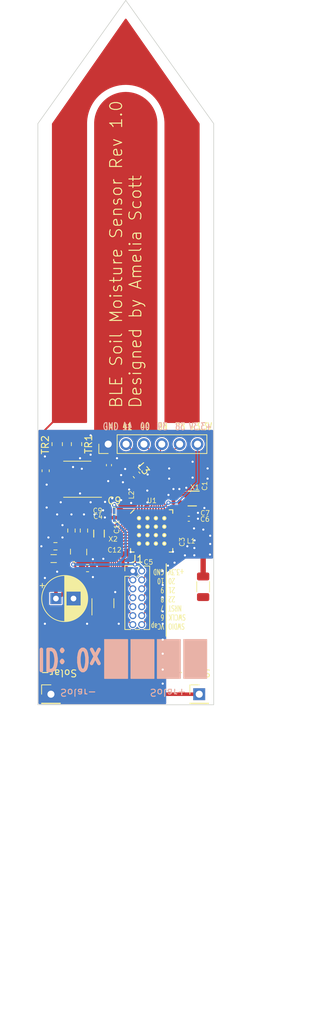
<source format=kicad_pcb>
(kicad_pcb (version 20211014) (generator pcbnew)
  (layers (0 "F.Cu" signal) (31 "B.Cu" signal) (34 "B.Paste" user) (35 "F.Paste" user) (36 "B.SilkS" user "B.Silkscreen") (37 "F.SilkS" user "F.Silkscreen") (38 "B.Mask" user) (39 "F.Mask" user) (44 "Edge.Cuts" user))
  (net 0 "")
  (net 1 "GND")
  (net 2 "Net-(C1-Pad1)")
  (net 3 "Net-(C2-Pad1)")
  (net 4 "Net-(C3-Pad1)")
  (net 5 "Net-(C4-Pad2)")
  (net 6 "VCap")
  (net 7 "Net-(C6-Pad2)")
  (net 8 "Net-(C7-Pad2)")
  (net 9 "Net-(C10-Pad2)")
  (net 10 "Net-(C11-Pad2)")
  (net 11 "Net-(C12-Pad2)")
  (net 12 "Net-(L2-Pad1)")
  (net 13 "Net-(L2-Pad2)")
  (net 14 "+3.3v")
  (net 16 "Net-(D1-Pad2)")
  (net 17 "Net-(DCDC1-Pad2)")
  (net 18 "Net-(DCDC1-Pad4)")
  (net 19 "Net-(DCDC1-Pad6)")
  (net 20 "Net-(L1-Pad2)")
  (net 21 "Net-(R1-Pad2)")
  (net 22 "SWDIO")
  (net 23 "SWCLK")
  (net 24 "NRST")
  (net 25 "Net-(TC1-Pad1)")
  (net 29 "unconnected-(U1-Pad37)")
  (net 30 "NC")
  (net 32 "Probe Timer Power")
  (net 33 "Net-(TR1-Pad2)")
  (net 34 "/Probe")
  (net 35 "Probe Timer Output")
  (net 38 "DB5")
  (net 42 "DB13")
  (net 43 "DB11")
  (net 44 "DB9")
  (net 45 "DB7")
  (net 46 "unconnected-(U1-Pad11)")
  (net 47 "unconnected-(U1-Pad12)")
  (net 48 "Net-(J2-Pad2)")
  (net 49 "Net-(J2-Pad3)")
  (net 50 "Net-(J2-Pad4)")
  (net 51 "Net-(J2-Pad5)")
  (net 53 "Net-(J1-Pad3)")
  (net 54 "Net-(J1-Pad4)")
  (net 55 "Net-(J1-Pad6)")
  (net 57 "Net-(J1-Pad8)")
  (footprint "Capacitor_SMD:C_0603_1608Metric" (layer "F.Cu") (at 128.8728 144.47158)
    (fp_text reference "C9")
    (fp_text value "4.7uF")
  )
  (footprint "dcdc:VIA-0.6096" (layer "F.Cu") (at 142.1316 138.45178)
    (fp_text reference "REF**" hide)
    (fp_text value "VIA-0.6096" hide)
  )
  (footprint "dcdc:CAPC1005X04L" (layer "F.Cu") (at 131.336595 151.405783)
    (fp_text reference "C5" hide)
    (fp_text value "100nF" hide)
  )
  (footprint "dcdc:VIA-0.6096" (layer "F.Cu") (at 136.569 142.21098)
    (fp_text reference "REF**" hide)
    (fp_text value "VIA-0.6096" hide)
  )
  (footprint "" (layer "F.Cu") (at 119 154)
    (fp_text reference "")
    (fp_text value "")
  )
  (footprint "" (layer "F.Cu") (at 125.8248 153.86958)
    (fp_text reference "")
    (fp_text value "")
  )
  (footprint "" (layer "F.Cu") (at 140.25 149.75)
    (fp_text reference "")
    (fp_text value "")
  )
  (footprint "" (layer "F.Cu") (at 125.5 143.25)
    (fp_text reference "")
    (fp_text value "")
  )
  (footprint "dcdc:CAPC1005X04L" (layer "F.Cu") (at 141.725195 142.718983 -90)
    (fp_text reference "C1" hide)
    (fp_text value "12pF" hide)
  )
  (footprint "dcdc:XTAL_3215" (layer "F.Cu") (at 126.693795 147.697383 90)
    (fp_text reference "X2" hide)
    (fp_text value "32.768kHz" hide)
  )
  (footprint "dcdc:CAPC1005X04L" (layer "F.Cu") (at 138.169195 142.718983 90)
    (fp_text reference "C2" hide)
    (fp_text value "12pF" hide)
  )
  (footprint "Resistor_SMD:R_1206_3216Metric" (layer "F.Cu") (at 141.5 155.25 -90)
    (fp_text reference "AE1" hide)
    (fp_text value "Antenna_Chip")
  )
  (footprint "" (layer "F.Cu") (at 142.5 148)
    (fp_text reference "")
    (fp_text value "")
  )
  (footprint "" (layer "F.Cu") (at 119 160.5)
    (fp_text reference "")
    (fp_text value "")
  )
  (footprint "" (layer "F.Cu") (at 140 139.75)
    (fp_text reference "")
    (fp_text value "")
  )
  (footprint "" (layer "F.Cu") (at 125 160.5)
    (fp_text reference "")
    (fp_text value "")
  )
  (footprint "" (layer "F.Cu") (at 129 156)
    (fp_text reference "")
    (fp_text value "")
  )
  (footprint "" (layer "F.Cu") (at 142.46379 150.675239)
    (fp_text reference "")
    (fp_text value "")
  )
  (footprint "dcdc:VIA-0.6096" (layer "F.Cu") (at 139.109 141.19498)
    (fp_text reference "REF**" hide)
    (fp_text value "VIA-0.6096" hide)
  )
  (footprint "" (layer "F.Cu") (at 138.907241 150.791213)
    (fp_text reference "")
    (fp_text value "")
  )
  (footprint "dcdc:CAPC1005X04L" (layer "F.Cu") (at 137.280195 142.718983 -90)
    (fp_text reference "C8" hide)
    (fp_text value "100nF" hide)
  )
  (footprint "" (layer "F.Cu") (at 127.3068 151.28158)
    (fp_text reference "")
    (fp_text value "")
  )
  (footprint "" (layer "F.Cu") (at 140 137.5)
    (fp_text reference "")
    (fp_text value "")
  )
  (footprint "dcdc:VIA-0.6096" (layer "F.Cu") (at 140.20519 146.96678)
    (fp_text reference "REF**" hide)
    (fp_text value "VIA-0.6096" hide)
  )
  (footprint "" (layer "F.Cu") (at 119.5 148.25)
    (fp_text reference "")
    (fp_text value "")
  )
  (footprint "" (layer "F.Cu") (at 124.25 138.5)
    (fp_text reference "")
    (fp_text value "")
  )
  (footprint "" (layer "F.Cu") (at 120.7448 144.97958)
    (fp_text reference "")
    (fp_text value "")
  )
  (footprint "dcdc:VIA-0.6096" (layer "F.Cu") (at 142.1316 139.89958)
    (fp_text reference "REF**" hide)
    (fp_text value "VIA-0.6096" hide)
  )
  (footprint "nrf:nrf51-qfax-1ep-vias" (layer "F.Cu") (at 134.181395 147.316383)
    (fp_text reference "U1" hide)
    (fp_text value "nrf52810-QFAA-T" hide)
  )
  (footprint "Resistor_SMD:R_0805_2012Metric" (layer "F.Cu") (at 120.75 135 -90)
    (fp_text reference "TR2")
    (fp_text value "10k")
  )
  (footprint "dcdc:VIA-0.6096" (layer "F.Cu") (at 133.5718 143.27778)
    (fp_text reference "REF**" hide)
    (fp_text value "VIA-0.6096" hide)
  )
  (footprint "" (layer "F.Cu") (at 135.75 155)
    (fp_text reference "")
    (fp_text value "")
  )
  (footprint "" (layer "F.Cu") (at 137.2068 150.28158)
    (fp_text reference "")
    (fp_text value "")
  )
  (footprint "" (layer "F.Cu") (at 118.5 149.5)
    (fp_text reference "")
    (fp_text value "")
  )
  (footprint "" (layer "F.Cu") (at 128.568 142.69358)
    (fp_text reference "")
    (fp_text value "")
  )
  (footprint "" (layer "F.Cu") (at 135.75 160.5)
    (fp_text reference "")
    (fp_text value "")
  )
  (footprint "" (layer "F.Cu") (at 125.5 136.5)
    (fp_text reference "")
    (fp_text value "")
  )
  (footprint "" (layer "F.Cu") (at 124 142)
    (fp_text reference "")
    (fp_text value "")
  )
  (footprint "" (layer "F.Cu") (at 129.838 142.94758)
    (fp_text reference "")
    (fp_text value "")
  )
  (footprint "Package_SO:SOIC-8_3.9x4.9mm_P1.27mm" (layer "F.Cu") (at 123.6068 139.98158 180)
    (fp_text reference "U2" hide)
    (fp_text value "TLC555xD")
  )
  (footprint "" (layer "F.Cu") (at 119 136.75)
    (fp_text reference "")
    (fp_text value "")
  )
  (footprint "Connector_PinHeader_1.27mm:PinHeader_2x07_P1.27mm_Vertical" (layer "F.Cu") (at 131.5 153)
    (fp_text reference "J1")
    (fp_text value "Conn_02x07_Odd_Even")
  )
  (footprint "Inductor_SMD:L_0402_1005Metric" (layer "F.Cu") (at 139.7948 147.77758)
    (fp_text reference "L1" hide)
    (fp_text value "3.9nH")
  )
  (footprint "dcdc:CAPC1005X04L" (layer "F.Cu") (at 128.136195 146.859183 90)
    (fp_text reference "C11" hide)
    (fp_text value "12pF" hide)
  )
  (footprint "" (layer "F.Cu") (at 121.5 146.5)
    (fp_text reference "")
    (fp_text value "")
  )
  (footprint "" (layer "F.Cu") (at 135.75 169)
    (fp_text reference "")
    (fp_text value "")
  )
  (footprint "Resistor_SMD:R_0603_1608Metric" (layer "F.Cu") (at 124.5548 147.26558 -90)
    (fp_text reference "R2" hide)
    (fp_text value "5.6k" hide)
  )
  (footprint "dcdc:VIA-0.6096" (layer "F.Cu") (at 136.6706 138.45178)
    (fp_text reference "REF**" hide)
    (fp_text value "VIA-0.6096" hide)
  )
  (footprint "Resistor_SMD:R_0805_2012Metric" (layer "F.Cu") (at 123.5 135 90)
    (fp_text reference "TR1")
    (fp_text value "1k")
  )
  (footprint "dcdc:VIA-0.6096" (layer "F.Cu") (at 136.6706 139.89958)
    (fp_text reference "REF**" hide)
    (fp_text value "VIA-0.6096" hide)
  )
  (footprint "" (layer "F.Cu") (at 135.75 156.75)
    (fp_text reference "")
    (fp_text value "")
  )
  (footprint "dcdc:VIA-0.6096" (layer "F.Cu") (at 140.76 145.58918)
    (fp_text reference "REF**" hide)
    (fp_text value "VIA-0.6096" hide)
  )
  (footprint "Custom:MAX17220ELT&plus_T" (layer "F.Cu") (at 123.7928 150.31358 90)
    (fp_text reference "DCDC1" hide)
    (fp_text value "MAX17220ELT+T" hide)
  )
  (footprint "" (layer "F.Cu") (at 125.8248 151.32958)
    (fp_text reference "")
    (fp_text value "")
  )
  (footprint "Connector_PinHeader_2.54mm:PinHeader_1x01_P2.54mm_Vertical" (layer "F.Cu") (at 119.86055 170.501062)
    (fp_text reference "Solar-1" hide)
    (fp_text value "Conn_01x01" hide)
  )
  (footprint "Connector_PinHeader_2.54mm:PinHeader_1x06_P2.54mm_Vertical" (layer "F.Cu") (at 128 135 90)
    (fp_text reference "J2" hide)
    (fp_text value "Conn_01x06")
  )
  (footprint "dcdc:VIA-0.6096" (layer "F.Cu") (at 141.527062 147.131777)
    (fp_text reference "REF**" hide)
    (fp_text value "VIA-0.6096" hide)
  )
  (footprint "Capacitor_SMD:C_0603_1608Metric" (layer "F.Cu") (at 119.1068 138.78158 -90)
    (fp_text reference "TC1" hide)
    (fp_text value "10n")
  )
  (footprint "Capacitor_THT:CP_Radial_D6.3mm_P2.50mm" (layer "F.Cu") (at 120.567621 156.91758)
    (fp_text reference "BigBoi1" hide)
    (fp_text value "1" hide)
  )
  (footprint "dcdc:VIA-0.6096" (layer "F.Cu") (at 131.2604 143.35398)
    (fp_text reference "REF**" hide)
    (fp_text value "VIA-0.6096" hide)
  )
  (footprint "" (layer "F.Cu") (at 135.75 164.75)
    (fp_text reference "")
    (fp_text value "")
  )
  (footprint "" (layer "F.Cu") (at 126.05 144.98358)
    (fp_text reference "")
    (fp_text value "")
  )
  (footprint "Resistor_SMD:R_0603_1608Metric" (layer "F.Cu") (at 120.5 149.5 180)
    (fp_text reference "R3" hide)
    (fp_text value "33M" hide)
  )
  (footprint "" (layer "F.Cu") (at 132.441386 138.056904)
    (fp_text reference "")
    (fp_text value "")
  )
  (footprint "" (layer "F.Cu") (at 121.5 148.25)
    (fp_text reference "")
    (fp_text value "")
  )
  (footprint "" (layer "F.Cu") (at 130.98 141.44358)
    (fp_text reference "")
    (fp_text value "")
  )
  (footprint "" (layer "F.Cu") (at 135.75 162.75)
    (fp_text reference "")
    (fp_text value "")
  )
  (footprint "Capacitor_SMD:C_0603_1608Metric" (layer "F.Cu") (at 132.035787 139.372998 -50)
    (fp_text reference "C10" hide)
    (fp_text value "1.0uF" hide)
  )
  (footprint "" (layer "F.Cu") (at 127.552 143.20158)
    (fp_text reference "")
    (fp_text value "")
  )
  (footprint "dcdc:VIA-0.6096" (layer "F.Cu") (at 133.609461 139.309681)
    (fp_text reference "REF**" hide)
    (fp_text value "VIA-0.6096" hide)
  )
  (footprint "" (layer "F.Cu") (at 129.5 160.5)
    (fp_text reference "")
    (fp_text value "")
  )
  (footprint "" (layer "F.Cu") (at 121.25 143.25)
    (fp_text reference "")
    (fp_text value "")
  )
  (footprint "dcdc:VIA-0.6096" (layer "F.Cu") (at 140.76 144.75098)
    (fp_text reference "REF**" hide)
    (fp_text value "VIA-0.6096" hide)
  )
  (footprint "dcdc:CAPC1005X04L" (layer "F.Cu") (at 139.464595 144.700183 180)
    (fp_text reference "C7" hide)
    (fp_text value "100pF" hide)
  )
  (footprint "Package_TO_SOT_SMD:SOT-23" (layer "F.Cu") (at 127.25 157.58158 -90)
    (fp_text reference "D1" hide)
    (fp_text value "BAT54C,215" hide)
  )
  (footprint "dcdc:INDC1608X06L" (layer "F.Cu") (at 132.301795 142.358219 -90)
    (fp_text reference "L2" hide)
    (fp_text value "10uH" hide)
  )
  (footprint "dcdc:VIA-0.6096" (layer "F.Cu") (at 137.2802 141.37278)
    (fp_text reference "REF**" hide)
    (fp_text value "VIA-0.6096" hide)
  )
  (footprint "" (layer "F.Cu") (at 139.25 149.5)
    (fp_text reference "")
    (fp_text value "")
  )
  (footprint "Capacitor_SMD:C_0402_1005Metric" (layer "F.Cu") (at 128.1068 137.98158 90)
    (fp_text reference "C14" hide)
    (fp_text value "100n")
  )
  (footprint "Capacitor_SMD:C_0402_1005Metric" (layer "F.Cu") (at 139.464595 145.589183 180)
    (fp_text reference "C6" hide)
    (fp_text value "NC")
  )
  (footprint "" (layer "F.Cu") (at 123 138.25)
    (fp_text reference "")
    (fp_text value "")
  )
  (footprint "dcdc:CAPC1005X04L" (layer "F.Cu") (at 138.372395 147.316383 90)
    (fp_text reference "C3" hide)
    (fp_text value ".8pF" hide)
  )
  (footprint "" (layer "F.Cu") (at 128 140.25)
    (fp_text reference "")
    (fp_text value "")
  )
  (footprint "dcdc:VIA-0.6096" (layer "F.Cu") (at 141.6744 144.06518)
    (fp_text reference "REF**" hide)
    (fp_text value "VIA-0.6096" hide)
  )
  (footprint "" (layer "F.Cu") (at 142.502448 149.167572)
    (fp_text reference "")
    (fp_text value "")
  )
  (footprint "" (layer "F.Cu") (at 119.25 140.75)
    (fp_text reference "")
    (fp_text value "")
  )
  (footprint "dcdc:CAPC1005X04L" (layer "F.Cu") (at 126.713795 150.008783)
    (fp_text reference "C12" hide)
    (fp_text value "12pF" hide)
  )
  (footprint "" (layer "F.Cu") (at 129.838 139.39158)
    (fp_text reference "")
    (fp_text value "")
  )
  (footprint "dcdc:VIA-0.6096" (layer "F.Cu") (at 131.1842 150.31638)
    (fp_text reference "REF**" hide)
    (fp_text value "VIA-0.6096" hide)
  )
  (footprint "" (layer "F.Cu") (at 120.7448 153.10758)
    (fp_text reference "")
    (fp_text value "")
  )
  (footprint "" (layer "F.Cu") (at 137.434172 151.82659)
    (fp_text reference "")
    (fp_text value "")
  )
  (footprint "" (layer "F.Cu") (at 124 137)
    (fp_text reference "")
    (fp_text value "")
  )
  (footprint "dcdc:VIA-0.6096" (layer "F.Cu") (at 140.2774 148.66258)
    (fp_text reference "REF**" hide)
    (fp_text value "VIA-0.6096" hide)
  )
  (footprint "" (layer "F.Cu") (at 136.5 152.25)
    (fp_text reference "")
    (fp_text value "")
  )
  (footprint "" (layer "F.Cu") (at 135.75 167)
    (fp_text reference "")
    (fp_text value "")
  )
  (footprint "dcdc:BT-XTAL_2016" (layer "F.Cu") (at 139.947195 142.718983 -90)
    (fp_text reference "X1" hide)
    (fp_text value "Crystal-4" hide)
  )
  (footprint "" (layer "F.Cu") (at 122.7768 144.97958)
    (fp_text reference "")
    (fp_text value "")
  )
  (footprint "" (layer "F.Cu") (at 130.092 140.40758)
    (fp_text reference "")
    (fp_text value "")
  )
  (footprint "" (layer "F.Cu") (at 119.25 144)
    (fp_text reference "")
    (fp_text value "")
  )
  (footprint "" (layer "F.Cu") (at 124.5548 144.97958)
    (fp_text reference "")
    (fp_text value "")
  )
  (footprint "dcdc:CAPC1005X04L" (layer "F.Cu") (at 128.847395 145.436783)
    (fp_text reference "C4" hide)
    (fp_text value "100nF" hide)
  )
  (footprint "dcdc:VIA-0.6096" (layer "F.Cu") (at 127.2726 144.39538)
    (fp_text reference "REF**" hide)
    (fp_text value "VIA-0.6096" hide)
  )
  (footprint "" (layer "F.Cu") (at 133.56 141.59358)
    (fp_text reference "")
    (fp_text value "")
  )
  (footprint "dcdc:VIA-0.6096" (layer "F.Cu") (at 127.5266 145.41138)
    (fp_text reference "REF**" hide)
    (fp_text value "VIA-0.6096" hide)
  )
  (footprint "" (layer "F.Cu") (at 130.41 138.52358)
    (fp_text reference "")
    (fp_text value "")
  )
  (footprint "" (layer "F.Cu") (at 140.24739 150.778327)
    (fp_text reference "")
    (fp_text value "")
  )
  (footprint "" (layer "F.Cu") (at 135.75 158.75)
    (fp_text reference "")
    (fp_text value "")
  )
  (footprint "Inductor_SMD:L_0402_1005Metric" (layer "F.Cu") (at 131.1588 140.275503 -50)
    (fp_text reference "L3")
    (fp_text value "15nH" hide)
  )
  (footprint "" (layer "F.Cu") (at 129.25 137)
    (fp_text reference "")
    (fp_text value "")
  )
  (footprint "Connector_PinHeader_2.54mm:PinHeader_1x01_P2.54mm_Vertical" (layer "F.Cu") (at 140.94255 170.501062)
    (fp_text reference "Solar+1" hide)
    (fp_text value "Conn_01x01" hide)
  )
  (footprint "dcdc:VIA-0.6096" (layer "F.Cu") (at 138.1184 141.37278)
    (fp_text reference "REF**" hide)
    (fp_text value "VIA-0.6096" hide)
  )
  (footprint "" (layer "F.Cu") (at 125.5 133.75)
    (fp_text reference "")
    (fp_text value "")
  )
  (footprint "Resistor_SMD:R_0603_1608Metric" (layer "F.Cu") (at 122.7768 147.26558 90)
    (fp_text reference "R1" hide)
    (fp_text value "75k" hide)
  )
  (footprint "Inductor_SMD:L_0603_1608Metric" (layer "F.Cu") (at 125.0628 152.59958 180)
    (fp_text reference "C13" hide)
    (fp_text value "10u" hide)
  )
  (footprint "" (layer "F.Cu") (at 135.75 153)
    (fp_text reference "")
    (fp_text value "")
  )
  (footprint "Inductor_SMD:L_0805_2012Metric" (layer "F.Cu") (at 120.25 151.25 180)
    (fp_text reference "L4" hide)
    (fp_text value "2.2u" hide)
  )
  (gr_rect (start 127.5 168.25) (end 130.75 162.75) (layer "B.SilkS") (width 0.15) (fill solid))
  (gr_rect (start 135 168.25) (end 138.25 162.75) (layer "B.SilkS") (width 0.15) (fill solid))
  (gr_rect (start 131.25 168.25) (end 134.5 162.75) (layer "B.SilkS") (width 0.15) (fill solid))
  (gr_rect (start 138.75 168.25) (end 142 162.75) (layer "B.SilkS") (width 0.15) (fill solid))
  (gr_line (start 136.25 152) (end 136.25 162.25) (layer "F.SilkS") (width 0.15))
  (gr_poly (pts (xy 143 89.5) (xy 143 172) (xy 118 172) (xy 118 89.5) (xy 130.5 72)) (layer "Edge.Cuts") (width 0.1) (fill none))
  (gr_text "Solar+\n" (at 136.5 170.25 180) (layer "B.SilkS") (effects (font (size 1 1)) (justify mirror)))
  (gr_text "+3.3V 38  39  40  41 GND" (at 135 132.5) (layer "B.SilkS") (effects (font (size 1 0.73)) (justify mirror)))
  (gr_text "ID: 0x" (at 122.5 165.5 180) (layer "B.SilkS") (effects (font (size 3 2) (thickness 0.5)) (justify mirror)))
  (gr_text "Solar-\n" (at 123.75 170.25 180) (layer "B.SilkS") (effects (font (size 1 1)) (justify mirror)))
  (gr_text "C12" (at 127.83756 150.0294) (layer "F.SilkS") (effects (font (size 0.6858 0.6858) (thickness 0.1)) (justify left)))
  (gr_text "Solar+" (at 140 167.5 180) (layer "F.SilkS") (effects (font (size 1 1))))
  (gr_text "VCap\n6\n7\n8\n9\n10\nGND" (at 136 157 180) (layer "F.SilkS") (effects (font (size 0.8 0.5) (thickness 0.1)) (justify left)))
  (gr_text "GND 41  40  39  38 +3.3V" (at 135 132.5) (layer "F.SilkS") (effects (font (size 1 0.73))))
  (gr_text "C11" (at 129.20916 147.8069 90) (layer "F.SilkS") (effects (font (size 0.6858 0.6858) (thickness 0.1)) (justify left)))
  (gr_text "C9" (at 125.75476 144.4414) (layer "F.SilkS") (effects (font (size 0.6858 0.6858) (thickness 0.1)) (justify left)))
  (gr_text "U1" (at 133.46386 143.01178) (layer "F.SilkS") (effects (font (size 0.6858 0.6858) (thickness 0.1)) (justify left)))
  (gr_text "SWDIO\nSWCLK\nNRST\n22\n21\n20\n+3.3V" (at 136.5 157 180) (layer "F.SilkS") (effects (font (size 0.8 0.5) (thickness 0.1)) (justify right)))
  (gr_text "C1" (at 141.71866 141.6728 90) (layer "F.SilkS") (effects (font (size 0.6858 0.6858) (thickness 0.1)) (justify left)))
  (gr_text "L2" (at 131.30466 142.892 90) (layer "F.SilkS") (effects (font (size 0.6858 0.6858) (thickness 0.1)) (justify left)))
  (gr_text "X1" (at 139.61046 141.1267) (layer "F.SilkS") (effects (font (size 0.6858 0.6858) (thickness 0.1)) (justify left)))
  (gr_text "C3" (at 138.50556 149.623 90) (layer "F.SilkS") (effects (font (size 0.6858 0.6858) (thickness 0.1)) (justify left)))
  (gr_text "C7" (at 141.04556 144.7843) (layer "F.SilkS") (effects (font (size 0.6858 0.6858) (thickness 0.1)) (justify left)))
  (gr_text "C4" (at 125.81826 145.2796) (layer "F.SilkS") (effects (font (size 0.6858 0.6858) (thickness 0.1)) (justify left)))
  (gr_text "C5" (at 132.98126 151.74938) (layer "F.SilkS") (effects (font (size 0.6858 0.6858) (thickness 0.1)) (justify left)))
  (gr_text "Solar-\n" (at 121 167.5 180) (layer "F.SilkS") (effects (font (size 1 1))))
  (gr_text "L1" (at 139.11516 148.7467) (layer "F.SilkS") (effects (font (size 0.6858 0.6858) (thickness 0.1)) (justify left)))
  (gr_text "X2" (at 127.97726 148.48) (layer "F.SilkS") (effects (font (size 0.6858 0.6858) (thickness 0.1)) (justify left)))
  (gr_text "BLE Soil Moisture Sensor Rev 1.0\nDesigned by Amelia Scott" (at 130.5 130 90) (layer "F.SilkS") (effects (font (size 1.7 1.7)) (justify left)))
  (gr_text "C6" (at 141.02016 145.6606) (layer "F.SilkS") (effects (font (size 0.6858 0.6858) (thickness 0.1)) (justify left)))
  (segment (start 133.18139 144.29138) (end 133.18139 143.89678) (width 0.2286) (layer "F.Cu") (net 1))
  (segment (start 133.18139 145.11638) (end 133.18139 144.29138) (width 0.2286) (layer "F.Cu") (net 1))
  (segment (start 134.799 147.11318) (end 137.68063 147.11318) (width 0.2286) (layer "F.Cu") (net 1))
  (segment (start 133.18139 143.89678) (end 133.3686 143.70958) (width 0.2286) (layer "F.Cu") (net 1))
  (segment (start 137.68063 147.11318) (end 137.96764 146.82617) (width 0.2286) (layer "F.Cu") (net 1))
  (segment (start 133.3686 143.70958) (end 133.3686 143.27778) (width 0.2286) (layer "F.Cu") (net 1))
  (segment (start 137.96764 146.82617) (end 138.3804 146.82617) (width 0.2286) (layer "F.Cu") (net 1))
  (segment (start 137.2064 145.91638) (end 137.5304 145.91638) (width 0.1524) (layer "F.Cu") (net 2))
  (segment (start 138.0648 144.71355) (end 138.71317 144.06518) (width 0.1524) (layer "F.Cu") (net 2))
  (segment (start 140.49799 142.21898) (end 141.7252 142.21898) (width 0.1524) (layer "F.Cu") (net 2))
  (segment (start 137.5304 145.91638) (end 138.0648 145.38198) (width 0.1524) (layer "F.Cu") (net 2))
  (segment (start 138.71317 144.06518) (end 139.7694 144.06518) (width 0.1524) (layer "F.Cu") (net 2))
  (segment (start 139.9472 143.88738) (end 139.9472 142.76978) (width 0.1524) (layer "F.Cu") (net 2))
  (segment (start 139.9472 142.76978) (end 140.49799 142.21898) (width 0.1524) (layer "F.Cu") (net 2))
  (segment (start 138.0648 145.38198) (end 138.0648 144.71355) (width 0.1524) (layer "F.Cu") (net 2))
  (segment (start 139.7694 144.06518) (end 139.9472 143.88738) (width 0.1524) (layer "F.Cu") (net 2))
  (segment (start 138.99332 143.35398) (end 139.20999 143.35398) (width 0.1524) (layer "F.Cu") (net 3))
  (segment (start 137.4961 145.51638) (end 137.76 145.25249) (width 0.1524) (layer "F.Cu") (net 3))
  (segment (start 139.07499 143.21898) (end 139.27499 143.41898) (width 0.1524) (layer "F.Cu") (net 3))
  (segment (start 137.76 145.25249) (end 137.76 144.5873) (width 0.1524) (layer "F.Cu") (net 3))
  (segment (start 137.76 144.5873) (end 138.99332 143.35398) (width 0.1524) (layer "F.Cu") (net 3))
  (segment (start 137.2064 145.51638) (end 137.4961 145.51638) (width 0.1524) (layer "F.Cu") (net 3))
  (segment (start 138.1184 143.21898) (end 139.07499 143.21898) (width 0.1524) (layer "F.Cu") (net 3))
  (segment (start 137.99117 147.82617) (end 138.3804 147.82617) (width 0.2286) (layer "F.Cu") (net 4))
  (segment (start 138.37239 147.82118) (end 139.26939 147.82118) (width 0.508) (layer "F.Cu") (net 4))
  (segment (start 137.68138 147.51638) (end 137.99117 147.82617) (width 0.2286) (layer "F.Cu") (net 4))
  (segment (start 137.2064 147.51638) (end 137.68138 147.51638) (width 0.2286) (layer "F.Cu") (net 4))
  (segment (start 130.152014 145.11638) (end 130.018394 145.25) (width 0.15) (layer "F.Cu") (net 5))
  (segment (start 130.018394 145.25) (end 129.534178 145.25) (width 0.15) (layer "F.Cu") (net 5))
  (segment (start 129.534178 145.25) (end 129.347395 145.436783) (width 0.15) (layer "F.Cu") (net 5))
  (segment (start 131.1564 145.11638) (end 130.152014 145.11638) (width 0.15) (layer "F.Cu") (net 5))
  (segment (start 120.377 150.202) (end 119.675 149.5) (width 0.154) (layer "F.Cu") (net 6))
  (segment (start 121.833189 150.07068) (end 121.701869 150.202) (width 0.154) (layer "F.Cu") (net 6))
  (segment (start 122.868421 154.88158) (end 120.832421 156.91758) (width 0.5) (layer "F.Cu") (net 6))
  (segment (start 123.7198 150.07068) (end 121.833189 150.07068) (width 0.154) (layer "F.Cu") (net 6))
  (segment (start 120.567621 156.91758) (end 120.567621 154.317621) (width 0.5) (layer "F.Cu") (net 6))
  (segment (start 121.701869 150.202) (end 120.377 150.202) (width 0.154) (layer "F.Cu") (net 6))
  (segment (start 127.25 156.64408) (end 127.840317 156.64408) (width 0.15) (layer "F.Cu") (net 6))
  (segment (start 123.7928 149.99768) (end 123.7198 150.07068) (width 0.154) (layer "F.Cu") (net 6))
  (segment (start 127.834317 150.554063) (end 127.834317 148.956282) (width 0.1524) (layer "F.Cu") (net 6))
  (segment (start 123.7928 149.58968) (end 123.7928 149.99768) (width 0.154) (layer "F.Cu") (net 6))
  (segment (start 130.469907 146.320682) (end 131.133917 146.320682) (width 0.1524) (layer "F.Cu") (net 6))
  (segment (start 131.37 160.62) (end 131.5 160.62) (width 0.15) (layer "F.Cu") (net 6))
  (segment (start 127.25 155.75) (end 127.25 156.64408) (width 0.5) (layer "F.Cu") (net 6))
  (segment (start 119.1875 151.25) (end 119.1875 149.9875) (width 0.5) (layer "F.Cu") (net 6))
  (segment (start 119.1875 152.9375) (end 119.1875 151.25) (width 0.5) (layer "F.Cu") (net 6))
  (segment (start 130.6 159.85) (end 131.37 160.62) (width 0.15) (layer "F.Cu") (net 6))
  (segment (start 120.567621 154.317621) (end 119.1875 152.9375) (width 0.5) (layer "F.Cu") (net 6))
  (segment (start 126.38158 154.88158) (end 127.25 155.75) (width 0.5) (layer "F.Cu") (net 6))
  (segment (start 130.6 159.403763) (end 130.6 159.85) (width 0.15) (layer "F.Cu") (net 6))
  (segment (start 123.7928 149.99768) (end 124.349183 150.554063) (width 0.154) (layer "F.Cu") (net 6))
  (segment (start 124.349183 150.554063) (end 127.834317 150.554063) (width 0.154) (layer "F.Cu") (net 6))
  (segment (start 127.840317 156.64408) (end 130.6 159.403763) (width 0.15) (layer "F.Cu") (net 6))
  (segment (start 127.834317 148.956282) (end 130.469907 146.320682) (width 0.1524) (layer "F.Cu") (net 6))
  (segment (start 122.868421 154.88158) (end 126.38158 154.88158) (width 0.5) (layer "F.Cu") (net 6))
  (segment (start 119.1875 149.9875) (end 119.675 149.5) (width 0.5) (layer "F.Cu") (net 6))
  (segment (start 120.832421 156.91758) (end 120.567621 156.91758) (width 0.5) (layer "F.Cu") (net 6))
  (segment (start 137.2064 146.71638) (end 137.5925 146.71638) (width 0.1524) (layer "F.Cu") (net 7))
  (segment (start 137.5925 146.71638) (end 138.71969 145.58918) (width 0.1524) (layer "F.Cu") (net 7))
  (segment (start 138.71969 145.58918) (end 138.982 145.58918) (width 0.1524) (layer "F.Cu") (net 7))
  (segment (start 138.37239 145.50543) (end 138.3724 145.25415) (width 0.1524) (layer "F.Cu") (net 8))
  (segment (start 138.3724 145.25415) (end 138.85652 144.77003) (width 0.1524) (layer "F.Cu") (net 8))
  (segment (start 137.56145 146.31638) (end 138.37239 145.50543) (width 0.1524) (layer "F.Cu") (net 8))
  (segment (start 137.2064 146.31638) (end 137.56145 146.31638) (width 0.1524) (layer "F.Cu") (net 8))
  (segment (start 130.82879 139.91163) (end 132.23644 139.91163) (width 0.2286) (layer "F.Cu") (net 9))
  (segment (start 132.25379 139.92898) (end 132.9685 140.64369) (width 0.2286) (layer "F.Cu") (net 9))
  (segment (start 132.78139 144.26082) (end 132.78139 143.70579) (width 0.2286) (layer "F.Cu") (net 9))
  (segment (start 132.78139 143.70579) (end 132.9685 143.51869) (width 0.2286) (layer "F.Cu") (net 9))
  (segment (start 132.9685 143.51869) (end 132.9685 140.64369) (width 0.2286) (layer "F.Cu") (net 9))
  (segment (start 126.7138 146.44739) (end 129.30999 146.44739) (width 0.1524) (layer "F.Cu") (net 10))
  (segment (start 129.30999 146.44739) (end 130.241 145.51638) (width 0.1524) (layer "F.Cu") (net 10))
  (segment (start 130.241 145.51638) (end 131.1564 145.51638) (width 0.1524) (layer "F.Cu") (net 10))
  (segment (start 127.42959 148.94739) (end 130.46059 145.91638) (width 0.1524) (layer "F.Cu") (net 11))
  (segment (start 127.21379 150.00878) (end 127.21379 149.44738) (width 0.1524) (layer "F.Cu") (net 11))
  (segment (start 126.7138 148.94739) (end 127.42959 148.94739) (width 0.1524) (layer "F.Cu") (net 11))
  (segment (start 126.7138 148.94739) (end 127.21379 149.44738) (width 0.1524) (layer "F.Cu") (net 11))
  (segment (start 130.46059 145.91638) (end 131.1564 145.91638) (width 0.1524) (layer "F.Cu") (net 11))
  (segment (start 132.3018 141.68322) (end 132.3018 141.50173) (width 0.2794) (layer "F.Cu") (net 12))
  (segment (start 131.43944 140.63938) (end 132.3018 141.50173) (width 0.2794) (layer "F.Cu") (net 12))
  (segment (start 132.38139 144.26082) (end 132.38139 143.11282) (width 0.2286) (layer "F.Cu") (net 13))
  (segment (start 128.85139 143.63938) (end 128.93439 143.63938) (width 0.2286) (layer "F.Cu") (net 14))
  (segment (start 137.2802 145.04258) (end 137.2802 143.32058) (width 0.254) (layer "F.Cu") (net 14))
  (segment (start 124.2753 152.59958) (end 123.5388 152.59958) (width 0.254) (layer "F.Cu") (net 14))
  (segment (start 128.93439 143.63938) (end 129.52639 144.23138) (width 0.254) (layer "F.Cu") (net 14))
  (segment (start 137.2064 145.11638) (end 137.2802 145.04258) (width 0.254) (layer "F.Cu") (net 14))
  (segment (start 129.52639 144.40138) (end 129.52639 144.23138) (width 0.381) (layer "F.Cu") (net 14))
  (segment (start 131.981395 151.260983) (end 131.836595 151.405783) (width 0.2) (layer "F.Cu") (net 14))
  (segment (start 123.5388 152.59958) (end 123.0308 152.09158) (width 0.254) (layer "F.Cu") (net 14))
  (segment (start 123.142801 150.98668) (end 123.142801 151.979579) (width 0.35) (layer "F.Cu") (net 14))
  (segment (start 131.8068 152.08158) (end 131.836595 152.051785) (width 0.254) (layer "F.Cu") (net 14))
  (segment (start 129.52639 144.23138) (end 129.61139 144.31638) (width 0.2286) (layer "F.Cu") (net 14))
  (segment (start 123.142801 151.979579) (end 123.0308 152.09158) (width 0.254) (layer "F.Cu") (net 14))
  (segment (start 136.569 143.30318) (end 136.58639 143.32058) (width 0.254) (layer "F.Cu") (net 14))
  (segment (start 131.836595 152.051785) (end 131.836595 151.405783) (width 0.254) (layer "F.Cu") (net 14))
  (segment (start 136.58639 143.32058) (end 137.2802 143.32058) (width 0.254) (layer "F.Cu") (net 14))
  (segment (start 129.61139 144.31638) (end 131.9716 144.31638) (width 0.254) (layer "F.Cu") (net 14))
  (segment (start 131.981395 150.341383) (end 131.981395 151.260983) (width 0.2) (layer "F.Cu") (net 14))
  (via (at 131.8068 152.08158) (size 0.6096) (drill 0.3048) (layers "F.Cu" "B.Cu") (net 14))
  (via (at 123.0308 152.09158) (size 0.6096) (drill 0.3098) (layers "F.Cu" "B.Cu") (net 14))
  (via (at 136.569 143.30318) (size 0.6096) (drill 0.3048) (layers "F.Cu" "B.Cu") (net 14))
  (via (at 128.85139 143.63938) (size 0.6096) (drill 0.3048) (layers "F.Cu" "B.Cu") (net 14))
  (segment (start 129.17558 143.96358) (end 135.9086 143.96358) (width 0.254) (layer "B.Cu") (net 14))
  (segment (start 137.82359 143.30318) (end 140.7 140.42677) (width 0.254) (layer "B.Cu") (net 14))
  (segment (start 130.47428 150.89907) (end 130.47428 147.50018) (width 0.381) (layer "B.Cu") (net 14))
  (segment (start 129.28177 152.09158) (end 123.0308 152.09158) (width 0.381) (layer "B.Cu") (net 14))
  (segment (start 135.9086 143.96358) (end 136.569 143.30318) (width 0.254) (layer "B.Cu") (net 14))
  (segment (start 128.85139 143.63938) (end 129.17558 143.96358) (width 0.254) (layer "B.Cu") (net 14))
  (segment (start 140.7 140.42677) (end 140.7 135) (width 0.254) (layer "B.Cu") (net 14))
  (segment (start 131.8068 152.08158) (end 132.33158 152.08158) (width 0.35) (layer "B.Cu") (net 14))
  (segment (start 131.7968 152.09158) (end 131.8068 152.08158) (width 0.381) (layer "B.Cu") (net 14))
  (segment (start 129.28177 152.09158) (end 131.2968 152.09158) (width 0.381) (layer "B.Cu") (net 14))
  (segment (start 130.47428 150.89907) (end 129.966285 151.407065) (width 0.381) (layer "B.Cu") (net 14))
  (segment (start 132.77 152.52) (end 132.77 153) (width 0.35) (layer "B.Cu") (net 14))
  (segment (start 128.85139 145.87729) (end 128.85139 143.63938) (width 0.381) (layer "B.Cu") (net 14))
  (segment (start 132.33158 152.08158) (end 132.77 152.52) (width 0.35) (layer "B.Cu") (net 14))
  (segment (start 128.85139 145.87729) (end 130.47428 147.50018) (width 0.381) (layer "B.Cu") (net 14))
  (segment (start 136.569 143.30318) (end 137.82359 143.30318) (width 0.254) (layer "B.Cu") (net 14))
  (segment (start 129.966285 151.407065) (end 129.28177 152.09158) (width 0.381) (layer "B.Cu") (net 14))
  (segment (start 131.2968 152.09158) (end 131.7968 152.09158) (width 0.381) (layer "B.Cu") (net 14))
  (segment (start 128.2 163.95) (end 128.2 158.51908) (width 0.5) (layer "F.Cu") (net 16))
  (segment (start 134.751062 170.501062) (end 128.2 163.95) (width 0.5) (layer "F.Cu") (net 16))
  (segment (start 140.94255 170.501062) (end 134.751062 170.501062) (width 0.5) (layer "F.Cu") (net 16))
  (segment (start 122.10562 150.45688) (end 123.70688 150.45688) (width 0.15) (layer "F.Cu") (net 17))
  (segment (start 123.7928 150.5428) (end 123.7928 151.03748) (width 0.15) (layer "F.Cu") (net 17))
  (segment (start 123.70688 150.45688) (end 123.7928 150.5428) (width 0.15) (layer "F.Cu") (net 17))
  (segment (start 121.3125 151.25) (end 122.10562 150.45688) (width 0.15) (layer "F.Cu") (net 17))
  (segment (start 124.442799 149.249079) (end 124.442799 149.58968) (width 0.152) (layer "F.Cu") (net 18))
  (segment (start 122.7768 148.09058) (end 123.2843 148.09058) (width 0.152) (layer "F.Cu") (net 18))
  (segment (start 123.2843 148.09058) (end 124.442799 149.249079) (width 0.152) (layer "F.Cu") (net 18))
  (segment (start 121.41468 149.58968) (end 123.142801 149.58968) (width 0.15) (layer "F.Cu") (net 19))
  (segment (start 121.325 149.5) (end 121.41468 149.58968) (width 0.15) (layer "F.Cu") (net 19))
  (segment (start 141.5003 149) (end 141.5003 153.7872) (width 0.762) (layer "F.Cu") (net 20))
  (segment (start 141.5003 153.7872) (end 141.5 153.7875) (width 0.762) (layer "F.Cu") (net 20))
  (arc (start 140.2774 147.75) (mid 141.143731 148.125645) (end 141.5003 149) (width 0.762) (layer "F.Cu") (net 20))
  (segment (start 122.7768 146.44058) (end 124.5548 146.44058) (width 0.254) (layer "F.Cu") (net 21))
  (segment (start 135 152.87132) (end 135 158.39) (width 0.15) (layer "F.Cu") (net 22))
  (segment (start 138.05 149.484988) (end 138.05 150.874264) (width 0.15) (layer "F.Cu") (net 22))
  (segment (start 137.206395 149.116383) (end 137.681395 149.116383) (width 0.15) (layer "F.Cu") (net 22))
  (segment (start 137.681395 149.116383) (end 138.05 149.484988) (width 0.15) (layer "F.Cu") (net 22))
  (segment (start 138.05 150.874264) (end 137.624264 151.3) (width 0.15) (layer "F.Cu") (net 22))
  (segment (start 135 158.39) (end 132.77 160.62) (width 0.15) (layer "F.Cu") (net 22))
  (segment (start 136.57132 151.3) (end 135 152.87132) (width 0.15) (layer "F.Cu") (net 22))
  (segment (start 137.624264 151.3) (end 136.57132 151.3) (width 0.15) (layer "F.Cu") (net 22))
  (segment (start 134.7 152.747056) (end 134.7 157.42) (width 0.15) (layer "F.Cu") (net 23))
  (segment (start 136.447056 151) (end 134.7 152.747056) (width 0.15) (layer "F.Cu") (net 23))
  (segment (start 137.75 150.059988) (end 137.75 150.75) (width 0.15) (layer "F.Cu") (net 23))
  (segment (start 137.206395 149.516383) (end 137.75 150.059988) (width 0.15) (layer "F.Cu") (net 23))
  (segment (start 137.75 150.75) (end 137.5 151) (width 0.15) (layer "F.Cu") (net 23))
  (segment (start 134.7 157.42) (end 132.77 159.35) (width 0.15) (layer "F.Cu") (net 23))
  (segment (start 137.5 151) (end 136.447056 151) (width 0.15) (layer "F.Cu") (net 23))
  (segment (start 136.381395 150.341383) (end 136.381395 150.641397) (width 0.15) (layer "F.Cu") (net 24))
  (segment (start 134.4 156.45) (end 132.77 158.08) (width 0.15) (layer "F.Cu") (net 24))
  (segment (start 134.4 152.622792) (end 134.4 156.45) (width 0.15) (layer "F.Cu") (net 24))
  (segment (start 136.381395 150.641397) (end 134.4 152.622792) (width 0.15) (layer "F.Cu") (net 24))
  (segment (start 121.1318 138.07658) (end 119.1768 138.07658) (width 0.254) (layer "F.Cu") (net 25))
  (segment (start 119.1768 138.07658) (end 119.1068 138.00658) (width 0.254) (layer "F.Cu") (net 25))
  (segment (start 136.0356 143.57692) (end 136.0356 138.12158) (width 0.1524) (layer "F.Cu") (net 29))
  (segment (start 136.3814 144.29138) (end 136.3814 143.92272) (width 0.1524) (layer "F.Cu") (net 29))
  (segment (start 136.0356 143.57692) (end 136.3814 143.92272) (width 0.1524) (layer "F.Cu") (net 29))
  (segment (start 134.3814 143.96528) (end 134.5116 143.83508) (width 0.1524) (layer "F.Cu") (net 32))
  (segment (start 129.099142 138.46158) (end 128.1068 138.46158) (width 0.1524) (layer "F.Cu") (net 32))
  (segment (start 133.692058 137.17918) (end 130.381542 137.17918) (width 0.1524) (layer "F.Cu") (net 32))
  (segment (start 125.772931 138.07658) (end 126.0818 138.07658) (width 0.254) (layer "F.Cu") (net 32))
  (segment (start 134.3814 144.29138) (end 134.3814 143.96528) (width 0.1524) (layer "F.Cu") (net 32))
  (segment (start 121.962931 141.88658) (end 125.772931 138.07658) (width 0.254) (layer "F.Cu") (net 32))
  (segment (start 134.5116 137.998722) (end 133.692058 137.17918) (width 0.1524) (layer "F.Cu") (net 32))
  (segment (start 123.5 135.9125) (end 123.91772 135.9125) (width 0.254) (layer "F.Cu") (net 32))
  (segment (start 127.7218 138.07658) (end 128.1068 138.46158) (width 0.254) (layer "F.Cu") (net 32))
  (segment (start 130.381542 137.17918) (end 129.099142 138.46158) (width 0.1524) (layer "F.Cu") (net 32))
  (segment (start 121.1318 141.88658) (end 121.962931 141.88658) (width 0.254) (layer "F.Cu") (net 32))
  (segment (start 126.0818 138.07658) (end 127.7218 138.07658) (width 0.254) (layer "F.Cu") (net 32))
  (segment (start 134.5116 143.83508) (end 134.5116 137.998722) (width 0.1524) (layer "F.Cu") (net 32))
  (segment (start 123.91772 135.9125) (end 126.0818 138.07658) (width 0.254) (layer "F.Cu") (net 32))
  (segment (start 122.0718 140.61658) (end 123.6068 139.08158) (width 0.254) (layer "F.Cu") (net 33))
  (segment (start 123.6068 139.08158) (end 123.6068 137.8568) (width 0.254) (layer "F.Cu") (net 33))
  (segment (start 120.75 134.0875) (end 122.1625 134.0875) (width 0.254) (layer "F.Cu") (net 33))
  (segment (start 122.1625 134.0875) (end 123.5 134.0875) (width 0.254) (layer "F.Cu") (net 33))
  (segment (start 123.6068 137.8568) (end 122.1625 136.4125) (width 0.254) (layer "F.Cu") (net 33))
  (segment (start 122.1625 136.4125) (end 122.1625 134.0875) (width 0.254) (layer "F.Cu") (net 33))
  (segment (start 121.1318 140.61658) (end 122.0718 140.61658) (width 0.254) (layer "F.Cu") (net 33))
  (segment (start 121.1318 139.34658) (end 121.440669 139.34658) (width 0.254) (layer "F.Cu") (net 34))
  (segment (start 126.0818 140.61658) (end 123.980669 140.61658) (width 0.254) (layer "F.Cu") (net 34))
  (segment (start 123.980669 140.61658) (end 122.133669 142.46358) (width 0.254) (layer "F.Cu") (net 34))
  (segment (start 120.75 135.9125) (end 120.6625 136) (width 0.254) (layer "F.Cu") (net 34))
  (segment (start 119 133) (end 121.25 130.75) (width 0.254) (layer "F.Cu") (net 34))
  (segment (start 120.822931 139.34658) (end 121.1318 139.34658) (width 0.254) (layer "F.Cu") (net 34))
  (segment (start 120.6625 136) (end 119.25 136) (width 0.254) (layer "F.Cu") (net 34))
  (segment (start 119.25 136) (end 119 135.75) (width 0.254) (layer "F.Cu") (net 34))
  (segment (start 122.3838 137.5463) (end 120.75 135.9125) (width 0.254) (layer "F.Cu") (net 34))
  (segment (start 122.3838 138.403449) (end 122.3838 137.5463) (width 0.254) (layer "F.Cu") (net 34))
  (segment (start 119 135.75) (end 119 134.25) (width 0.254) (layer "F.Cu") (net 34))
  (segment (start 119.8798 142.213449) (end 119.8798 140.289711) (width 0.254) (layer "F.Cu") (net 34))
  (segment (start 120.129931 142.46358) (end 119.8798 142.213449) (width 0.254) (layer "F.Cu") (net 34))
  (segment (start 121.440669 139.34658) (end 122.3838 138.403449) (width 0.254) (layer "F.Cu") (net 34))
  (segment (start 119.8798 140.289711) (end 120.822931 139.34658) (width 0.254) (layer "F.Cu") (net 34))
  (segment (start 119 134.25) (end 119 133) (width 0.254) (layer "F.Cu") (net 34))
  (segment (start 122.133669 142.46358) (end 120.129931 142.46358) (width 0.254) (layer "F.Cu") (net 34))
  (segment (start 130.5068 137.48158) (end 128.6418 139.34658) (width 0.1524) (layer "F.Cu") (net 35))
  (segment (start 128.6418 139.34658) (end 126.0818 139.34658) (width 0.1524) (layer "F.Cu") (net 35))
  (segment (start 134.2068 138.12158) (end 133.5668 137.48158) (width 0.1524) (layer "F.Cu") (net 35))
  (segment (start 133.98139 143.93424) (end 134.2068 143.70884) (width 0.1524) (layer "F.Cu") (net 35))
  (segment (start 134.2068 143.70884) (end 134.2068 138.12158) (width 0.1524) (layer "F.Cu") (net 35))
  (segment (start 133.98139 144.29138) (end 133.98139 143.93424) (width 0.1524) (layer "F.Cu") (net 35))
  (segment (start 133.5668 137.48158) (end 130.5068 137.48158) (width 0.1524) (layer "F.Cu") (net 35))
  (segment (start 129.349247 153.389247) (end 131.5 155.54) (width 0.1524) (layer "F.Cu") (net 38))
  (segment (start 130.630407 148.320682) (end 129.349247 149.601842) (width 0.1524) (layer "F.Cu") (net 38))
  (segment (start 131.133917 148.320682) (end 130.630407 148.320682) (width 0.1524) (layer "F.Cu") (net 38))
  (segment (start 129.349247 149.601842) (end 129.349247 153.389247) (width 0.1524) (layer "F.Cu") (net 38))
  (segment (start 130.501707 146.720682) (end 128.139647 149.082742) (width 0.1524) (layer "F.Cu") (net 42))
  (segment (start 131.133917 146.720682) (end 130.501707 146.720682) (width 0.1524) (layer "F.Cu") (net 42))
  (segment (start 128.442047 153.942047) (end 129.8952 155.3952) (width 0.1524) (layer "F.Cu") (net 43))
  (segment (start 128.444967 149.215062) (end 128.442047 149.217982) (width 0.1524) (layer "F.Cu") (net 43))
  (segment (start 128.442047 149.217982) (end 128.442047 153.942047) (width 0.1524) (layer "F.Cu") (net 43))
  (segment (start 131.133917 147.120682) (end 130.533507 147.120682) (width 0.1524) (layer "F.Cu") (net 43))
  (segment (start 128.442047 149.212142) (end 128.444967 149.215062) (width 0.1524) (layer "F.Cu") (net 43))
  (segment (start 129.8952 157.7452) (end 131.5 159.35) (width 0.1524) (layer "F.Cu") (net 43))
  (segment (start 130.533507 147.120682) (end 128.442047 149.212142) (width 0.1524) (layer "F.Cu") (net 43))
  (segment (start 129.8952 155.3952) (end 129.8952 157.7452) (width 0.1524) (layer "F.Cu") (net 43))
  (segment (start 130.1976 155.1976) (end 130.1976 156.7776) (width 0.1524) (layer "F.Cu") (net 44))
  (segment (start 128.744447 153.744447) (end 130.1976 155.1976) (width 0.1524) (layer "F.Cu") (net 44))
  (segment (start 130.1976 156.7776) (end 131.5 158.08) (width 0.1524) (layer "F.Cu") (net 44))
  (segment (start 131.133917 147.520682) (end 130.568307 147.520682) (width 0.1524) (layer "F.Cu") (net 44))
  (segment (start 128.744447 149.344542) (end 128.744447 153.744447) (width 0.1524) (layer "F.Cu") (net 44))
  (segment (start 130.568307 147.520682) (end 128.744447 149.344542) (width 0.1524) (layer "F.Cu") (net 44))
  (segment (start 130.599347 147.920682) (end 129.046847 149.473192) (width 0.1524) (layer "F.Cu") (net 45))
  (segment (start 130.5 155) (end 130.5 155.81) (width 0.1524) (layer "F.Cu") (net 45))
  (segment (start 130.5 155.81) (end 131.5 156.81) (width 0.1524) (layer "F.Cu") (net 45))
  (segment (start 131.133917 147.920682) (end 130.599347 147.920682) (width 0.1524) (layer "F.Cu") (net 45))
  (segment (start 129.046847 153.546847) (end 130.5 155) (width 0.1524) (layer "F.Cu") (net 45))
  (segment (start 129.046847 149.473192) (end 129.046847 153.546847) (width 0.1524) (layer "F.Cu") (net 45))
  (segment (start 130.692507 149.120682) (end 129.954047 149.859142) (width 0.1524) (layer "F.Cu") (net 46))
  (segment (start 131.133917 149.120682) (end 130.692507 149.120682) (width 0.1524) (layer "F.Cu") (net 46))
  (segment (start 131.133917 149.520682) (end 130.723557 149.520682) (width 0.1524) (layer "F.Cu") (net 47))
  (segment (start 130.723557 149.520682) (end 130.256447 149.987802) (width 0.1524) (layer "F.Cu") (net 47))
  (segment (start 134.78139 143.99634) (end 134.8164 143.96133) (width 0.1524) (layer "F.Cu") (net 48))
  (segment (start 131.79 136.25) (end 130.54 135) (width 0.1524) (layer "F.Cu") (net 48))
  (segment (start 133.190536 136.25) (end 131.79 136.25) (width 0.1524) (layer "F.Cu") (net 48))
  (segment (start 134.78139 144.29138) (end 134.78139 143.99634) (width 0.1524) (layer "F.Cu") (net 48))
  (segment (start 134.8164 137.875864) (end 133.190536 136.25) (width 0.1524) (layer "F.Cu") (net 48))
  (segment (start 134.8164 143.96133) (end 134.8164 137.875864) (width 0.1524) (layer "F.Cu") (net 48))
  (segment (start 135.1212 143.95567) (end 135.1212 137.0412) (width 0.1524) (layer "F.Cu") (net 49))
  (segment (start 135.1212 137.0412) (end 133.08 135) (width 0.1524) (layer "F.Cu") (net 49))
  (segment (start 135.1814 144.01587) (end 135.1212 143.95567) (width 0.1524) (layer "F.Cu") (net 49))
  (segment (start 135.1814 144.29138) (end 135.1814 144.01587) (width 0.1524) (layer "F.Cu") (net 49))
  (segment (start 135.5814 144.29138) (end 135.5814 143.98482) (width 0.1524) (layer "F.Cu") (net 50))
  (segment (start 135.426 135.194) (end 135.62 135) (width 0.1524) (layer "F.Cu") (net 50))
  (segment (start 135.5814 143.98482) (end 135.426 143.82942) (width 0.1524) (layer "F.Cu") (net 50))
  (segment (start 135.426 143.82942) (end 135.426 135.194) (width 0.1524) (layer "F.Cu") (net 50))
  (segment (start 135.98139 144.29138) (end 135.98139 143.95377) (width 0.1524) (layer "F.Cu") (net 51))
  (segment (start 135.7308 137.4292) (end 138.16 135) (width 0.1524) (layer "F.Cu") (net 51))
  (segment (start 135.7308 143.70317) (end 135.7308 137.4292) (width 0.1524) (layer "F.Cu") (net 51))
  (segment (start 135.98139 143.95377) (end 135.7308 143.70317) (width 0.1524) (layer "F.Cu") (net 51))
  (segment (start 129.651647 149.730492) (end 129.651647 152.651647) (width 0.1524) (layer "F.Cu") (net 53))
  (segment (start 131.133917 148.720682) (end 130.661457 148.720682) (width 0.1524) (layer "F.Cu") (net 53))
  (segment (start 129.651647 152.651647) (end 131.27 154.27) (width 0.1524) (layer "F.Cu") (net 53))
  (segment (start 131.27 154.27) (end 131.5 154.27) (width 0.1524) (layer "F.Cu") (net 53))
  (segment (start 130.661457 148.720682) (end 129.651647 149.730492) (width 0.1524) (layer "F.Cu") (net 53))
  (segment (start 134.781395 150.341383) (end 134.781395 150.968605) (width 0.15) (layer "F.Cu") (net 54))
  (segment (start 134.781395 150.968605) (end 133.5 152.25) (width 0.15) (layer "F.Cu") (net 54))
  (segment (start 133.5 152.25) (end 133.5 153.54) (width 0.15) (layer "F.Cu") (net 54))
  (segment (start 133.5 153.54) (end 132.77 154.27) (width 0.15) (layer "F.Cu") (net 54))
  (segment (start 133.8 152.374264) (end 133.8 154.51) (width 0.15) (layer "F.Cu") (net 55))
  (segment (start 135.181395 150.341383) (end 135.181395 150.992869) (width 0.15) (layer "F.Cu") (net 55))
  (segment (start 135.181395 150.992869) (end 133.8 152.374264) (width 0.15) (layer "F.Cu") (net 55))
  (segment (start 133.8 154.51) (end 132.77 155.54) (width 0.15) (layer "F.Cu") (net 55))
  (segment (start 134.1 152.498528) (end 134.1 155.48) (width 0.15) (layer "F.Cu") (net 57))
  (segment (start 135.581395 151.017133) (end 134.1 152.498528) (width 0.15) (layer "F.Cu") (net 57))
  (segment (start 134.1 155.48) (end 132.77 156.81) (width 0.15) (layer "F.Cu") (net 57))
  (segment (start 135.581395 150.341383) (end 135.581395 151.017133) (width 0.15) (layer "F.Cu") (net 57))
  (zone (net 1) (net_name "GND") (layer "F.Cu") (priority 100) (connect_pads (clearance 0.09144)) (min_thickness 0.254) (fill yes (thermal_gap 0.254) (thermal_bridge_width 0.255))
    (polygon (pts (xy 112.635195 132.968375) (xy 112.635195 217.337538) (xy 159.261595 217.337538) (xy 159.261595 132.968375)))
  )
  (zone (net 0) (net_name "") (layer "F.Cu") (connect_pads (clearance 0)) (min_thickness 0.254)
    (keepout (tracks allowed) (vias allowed) (pads allowed) (copperpour not_allowed) (footprints allowed))
    (fill (thermal_gap 0.254) (thermal_bridge_width 0.255))
    (polygon (pts (xy 139.85176 149.0388) (xy 138.34046 149.0388) (xy 138.34046 146.1305) (xy 139.85176 146.1305)))
  )
  (zone (net 1) (net_name "GND") (layer "F.Cu") (priority 5) (connect_pads yes (clearance 0)) (min_thickness 0.254) (fill yes (thermal_gap 0.508) (thermal_bridge_width 0.508) (island_removal_mode 2) (island_area_min 10))
    (polygon (pts (xy 126 133.5) (arc (start 126 89.5) (mid 130.5 85) (end 135 89.5)) (xy 135 133.5)))
  )
  (zone (net 0) (net_name "") (layer "F.Cu") (connect_pads (clearance 0)) (min_thickness 0.254)
    (keepout (tracks allowed) (vias allowed) (pads allowed) (copperpour not_allowed) (footprints allowed))
    (fill (thermal_gap 0.508) (thermal_bridge_width 0.508))
    (polygon (pts (xy 138.5 148.25) (xy 138.5 148.5) (xy 138.75 149) (xy 138.25 149.75) (xy 137.5 148.5) (xy 137.75 147.75)))
  )
  (zone (net 0) (net_name "") (layers F&B.Cu) (connect_pads (clearance 0)) (min_thickness 0.254)
    (keepout (tracks allowed) (vias allowed) (pads allowed) (copperpour not_allowed) (footprints allowed))
    (fill (thermal_gap 0.508) (thermal_bridge_width 0.508))
    (polygon (pts (xy 143.75 173.25) (xy 136.25 173.25) (xy 136.25 153.25) (xy 139 151.25) (xy 143.75 151.25)))
  )
  (zone (net 34) (net_name "/Probe") (layer "F.Cu") (priority 5) (connect_pads yes (clearance 0)) (min_thickness 0.254) (fill yes (thermal_gap 0.508) (thermal_bridge_width 0.508) (island_removal_mode 2) (island_area_min 10))
    (polygon (pts (xy 130.5 74.5) (xy 141 89.5) (xy 141 132) (xy 136 132) (xy 136 89.5) (xy 135.997567 89.266466) (xy 135.957957 88.801081) (xy 135.879022 88.340732) (xy 135.761331 87.888735) (xy 135.605733 87.448348) (xy 135.413347 87.022743) (xy 135.18556 86.614986) (xy 134.924014 86.228016) (xy 134.630593 85.864621) (xy 134.307411 85.527419) (xy 133.956796 85.218839) (xy 133.581275 84.941105) (xy 133.183554 84.696218) (xy 132.766497 84.485942) (xy 132.33311 84.311793) (xy 131.886516 84.175025) (xy 131.429931 84.076624) (xy 130.966647 84.017298) (xy 130.5 83.997475) (xy 130.033353 84.017298) (xy 129.570069 84.076624) (xy 129.113484 84.175025) (xy 128.66689 84.311793) (xy 128.233503 84.485942) (xy 127.816446 84.696218) (xy 127.418725 84.941105) (xy 127.043204 85.218839) (xy 126.692589 85.527419) (xy 126.369407 85.864621) (xy 126.075986 86.228016) (xy 125.81444 86.614986) (xy 125.586653 87.022743) (xy 125.394267 87.448348) (xy 125.238669 87.888735) (xy 125.120978 88.340732) (xy 125.042043 88.801081) (xy 125.002433 89.266466) (xy 125 89.5) (xy 125 132) (xy 120 132) (xy 120 89.5)))
  )
  (zone (net 1) (net_name "GND") (layer "B.Cu") (priority 99) (connect_pads yes (clearance 0.09144)) (min_thickness 0.254) (fill yes (thermal_gap 0.254) (thermal_bridge_width 0.255))
    (polygon (pts (xy 159.228995 217.337538) (xy 112.617195 217.337538) (xy 112.617195 132.972375) (xy 159.228995 132.972375)))
  )
)
</source>
